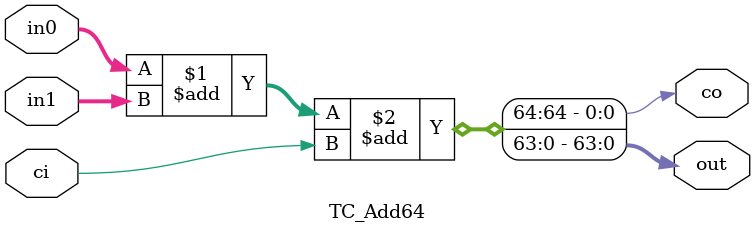
<source format=v>
module TC_Add64 (in0, in1, ci, out, co);
    input [63:0] in0;
    input [63:0] in1;
    input ci;
    output [63:0] out;
    output co;

    assign {co, out} = in0 + in1 + ci;
endmodule


</source>
